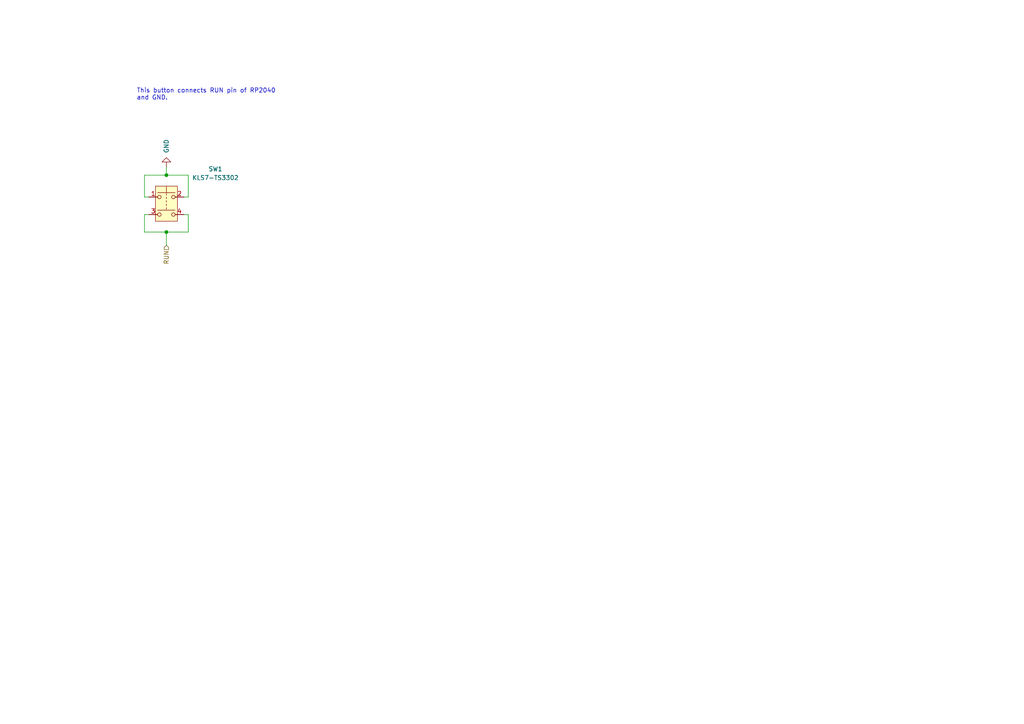
<source format=kicad_sch>
(kicad_sch (version 20231120) (generator "eeschema") (generator_version "8.0")
  (paper "A4")
  (title_block (title "FRANK") (date "2025-02-18") (rev "1.13") (company "Mikhail Matveev") (comment 1 "https://github.com/xtremespb/frank"))
  (lib_symbols
    (symbol "GND_1" (power) (pin_numbers hide) (pin_names (offset 0) hide)
      (property "Value" "GND" (at 0 -3.81 0))
      (symbol "GND_1_0_1"
        (polyline (pts (xy 0 0) (xy 0 -1.27) (xy 1.27 -1.27) (xy 0 -2.54) (xy -1.27 -1.27) (xy 0 -1.27)))
      )
      (symbol "GND_1_1_1"
        (pin power_in line (at 0 0 270) (length 0) (name "~") (number "1"))
      )
    )
    (symbol "Switch:SW_Push_Dual" (pin_names (offset 1.016) hide)
      (property "Reference" "SW" (at 0 7.62 0))
      (property "Value" "SW_Push_Dual" (at 0 -6.35 0))
      (symbol "SW_Push_Dual_0_1"
        (circle (center -2.032 -2.54) (radius 0.508))
        (circle (center -2.032 2.54) (radius 0.508))
        (polyline (pts (xy 0 -0.508) (xy 0 -1.016)))
        (polyline (pts (xy 0 0.508) (xy 0 0)))
        (polyline (pts (xy 0 1.016) (xy 0 1.524)))
        (polyline (pts (xy 0 2.032) (xy 0 2.54)))
        (polyline (pts (xy 0 3.048) (xy 0 3.556)))
        (polyline (pts (xy 0 3.81) (xy 0 5.588)))
        (polyline (pts (xy 2.54 -1.27) (xy -2.54 -1.27)))
        (polyline (pts (xy 2.54 3.81) (xy -2.54 3.81)))
        (circle (center 2.032 -2.54) (radius 0.508))
        (circle (center 2.032 2.54) (radius 0.508))
        (pin passive line (at -5.08 2.54 0) (length 2.54) (name "1") (number "1"))
        (pin passive line (at 5.08 2.54 180) (length 2.54) (name "2") (number "2"))
        (pin passive line (at -5.08 -2.54 0) (length 2.54) (name "3") (number "3"))
        (pin passive line (at 5.08 -2.54 180) (length 2.54) (name "4") (number "4"))
      )
      (symbol "SW_Push_Dual_1_1"
        (rectangle (start -3.175 5.715) (end 3.175 -4.445) (fill (type background)))
      )
    )
  )
  (junction (at 48.26 50.8))
  (junction (at 48.26 67.31))
  (wire (pts (xy 41.91 62.23) (xy 43.18 62.23)))
  (wire (pts (xy 41.91 50.8) (xy 48.26 50.8)))
  (wire (pts (xy 41.91 50.8) (xy 41.91 57.15)))
  (wire (pts (xy 48.26 67.31) (xy 54.61 67.31)))
  (wire (pts (xy 41.91 67.31) (xy 48.26 67.31)))
  (wire (pts (xy 54.61 67.31) (xy 54.61 62.23)))
  (wire (pts (xy 48.26 48.26) (xy 48.26 50.8)))
  (wire (pts (xy 53.34 57.15) (xy 54.61 57.15)))
  (wire (pts (xy 54.61 50.8) (xy 54.61 57.15)))
  (wire (pts (xy 48.26 67.31) (xy 48.26 71.12)))
  (wire (pts (xy 41.91 67.31) (xy 41.91 62.23)))
  (wire (pts (xy 41.91 57.15) (xy 43.18 57.15)))
  (wire (pts (xy 48.26 50.8) (xy 54.61 50.8)))
  (wire (pts (xy 53.34 62.23) (xy 54.61 62.23)))
  (text "This button connects RUN pin of RP2040\nand GND." (at 39.624 27.432 0) (effects (font (size 1.27 1.27)) (justify left)))
  (hierarchical_label "RUN" (shape input) (at 48.26 71.12 270))
  (symbol (lib_id "Switch:SW_Push_Dual") (at 48.26 59.69 0) (unit 1)
    (property "Reference" "SW1" (at 62.484 49.022 0))
    (property "Value" "KLS7-TS3302" (at 62.484 51.562 0))
    (property "Footprint" "FRANK:Button (SMD, 3x3mm)" (effects (hide yes)))
    (property "Datasheet" "https://img.klsele.com/admin/product_upload/20150508135408KLS7-TS3302.pdf" (effects (hide yes)))
    (property "Description" "Push button switch, generic, symbol, four pins" (effects (hide yes)))
    (property "AliExpress" "https://www.aliexpress.com/item/1005007359248990.html" (effects (hide yes)))
  )
  (symbol (lib_name "GND_1") (lib_id "power:GND") (at 48.26 48.26 180) (unit 1)
    (property "Reference" "#PWR037" (effects (hide yes)))
    (property "Value" "GND" (at 48.2601 44.45 90) (effects (justify right)))
    (property "Description" "Power symbol creates a global label with name \"GND\" , ground" (effects (hide yes)))
  )
)
</source>
